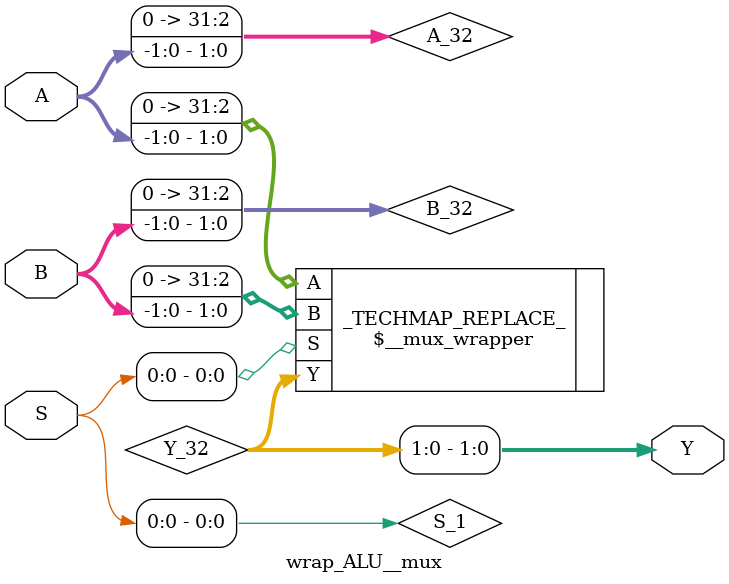
<source format=v>
(* techmap_celltype = "\$or" *)
module wrap_ALU__or #(
    parameter A_SIGNED = 0,
    parameter A_WIDTH = 0,
    parameter B_SIGNED = 0,
    parameter B_WIDTH = 0,
    parameter Y_WIDTH = 0
)
(
    input wire[A_WIDTH - 1:0] A,
    input wire[B_WIDTH - 1:0] B,
    output reg[Y_WIDTH - 1:0] Y
);

reg [31:0] A_32;
reg [31:0] B_32;
reg [31:0] Y_32;
assign A_32 = A;
assign B_32 = B;
assign Y = Y_32;
\$__or_wrapper #(
    .A_SIGNED(A_SIGNED),
    .A_WIDTH(A_WIDTH),
    .B_SIGNED(B_SIGNED),
    .B_WIDTH(B_WIDTH),
    .Y_WIDTH(Y_WIDTH)
) _TECHMAP_REPLACE_ (
    .A(A_32),
    .B(B_32),
    .Y(Y_32)
);

endmodule

(* techmap_celltype = "\$xor" *)
module wrap_ALU__xor #(
    parameter A_SIGNED = 0,
    parameter A_WIDTH = 0,
    parameter B_SIGNED = 0,
    parameter B_WIDTH = 0,
    parameter Y_WIDTH = 0
)
(
    input wire[A_WIDTH - 1:0] A,
    input wire[B_WIDTH - 1:0] B,
    output reg[Y_WIDTH - 1:0] Y
);

reg [31:0] A_32;
reg [31:0] B_32;
reg [31:0] Y_32;
assign A_32 = A;
assign B_32 = B;
assign Y = Y_32;
\$__xor_wrapper #(
    .A_SIGNED(A_SIGNED),
    .A_WIDTH(A_WIDTH),
    .B_SIGNED(B_SIGNED),
    .B_WIDTH(B_WIDTH),
    .Y_WIDTH(Y_WIDTH)
) _TECHMAP_REPLACE_ (
    .A(A_32),
    .B(B_32),
    .Y(Y_32)
);

endmodule

(* techmap_celltype = "\$mul" *)
module wrap_ALU__mul #(
    parameter A_SIGNED = 0,
    parameter A_WIDTH = 0,
    parameter B_SIGNED = 0,
    parameter B_WIDTH = 0,
    parameter Y_WIDTH = 0
)
(
    input wire[A_WIDTH - 1:0] A,
    input wire[B_WIDTH - 1:0] B,
    output reg[Y_WIDTH - 1:0] Y
);

reg [31:0] A_32;
reg [31:0] B_32;
reg [31:0] Y_32;
assign A_32 = A;
assign B_32 = B;
assign Y = Y_32;
\$__mul_wrapper #(
    .A_SIGNED(A_SIGNED),
    .A_WIDTH(A_WIDTH),
    .B_SIGNED(B_SIGNED),
    .B_WIDTH(B_WIDTH),
    .Y_WIDTH(Y_WIDTH)
) _TECHMAP_REPLACE_ (
    .A(A_32),
    .B(B_32),
    .Y(Y_32)
);

endmodule

(* techmap_celltype = "\$add" *)
module wrap_ALU__add #(
    parameter A_SIGNED = 0,
    parameter A_WIDTH = 0,
    parameter B_SIGNED = 0,
    parameter B_WIDTH = 0,
    parameter Y_WIDTH = 0
)
(
    input wire[A_WIDTH - 1:0] A,
    input wire[B_WIDTH - 1:0] B,
    output reg[Y_WIDTH - 1:0] Y
);

reg [31:0] A_32;
reg [31:0] B_32;
reg [31:0] Y_32;
assign A_32 = A;
assign B_32 = B;
assign Y = Y_32;
\$__add_wrapper #(
    .A_SIGNED(A_SIGNED),
    .A_WIDTH(A_WIDTH),
    .B_SIGNED(B_SIGNED),
    .B_WIDTH(B_WIDTH),
    .Y_WIDTH(Y_WIDTH)
) _TECHMAP_REPLACE_ (
    .A(A_32),
    .B(B_32),
    .Y(Y_32)
);

endmodule

(* techmap_celltype = "\$sub" *)
module wrap_ALU__sub #(
    parameter A_SIGNED = 0,
    parameter A_WIDTH = 0,
    parameter B_SIGNED = 0,
    parameter B_WIDTH = 0,
    parameter Y_WIDTH = 0
)
(
    input wire[A_WIDTH - 1:0] A,
    input wire[B_WIDTH - 1:0] B,
    output reg[Y_WIDTH - 1:0] Y
);

reg [31:0] A_32;
reg [31:0] B_32;
reg [31:0] Y_32;
assign A_32 = A;
assign B_32 = B;
assign Y = Y_32;
\$__sub_wrapper #(
    .A_SIGNED(A_SIGNED),
    .A_WIDTH(A_WIDTH),
    .B_SIGNED(B_SIGNED),
    .B_WIDTH(B_WIDTH),
    .Y_WIDTH(Y_WIDTH)
) _TECHMAP_REPLACE_ (
    .A(A_32),
    .B(B_32),
    .Y(Y_32)
);

endmodule

(* techmap_celltype = "\$mux" *)
module wrap_ALU__mux #(
    parameter WIDTH = 0
)
(
    input wire[WIDTH - 1:0] A,
    input wire[WIDTH - 1:0] B,
    input wire[WIDTH - 1:0] S,
    output reg[WIDTH - 1:0] Y
);

reg [31:0] A_32;
reg [31:0] B_32;
reg S_1;
reg [31:0] Y_32;
assign A_32 = A;
assign B_32 = B;
assign S_1 = S;
assign Y = Y_32;
\$__mux_wrapper #(
    .WIDTH(WIDTH)
) _TECHMAP_REPLACE_ (
    .A(A_32),
    .B(B_32),
    .S(S_1),
    .Y(Y_32)
);

endmodule


</source>
